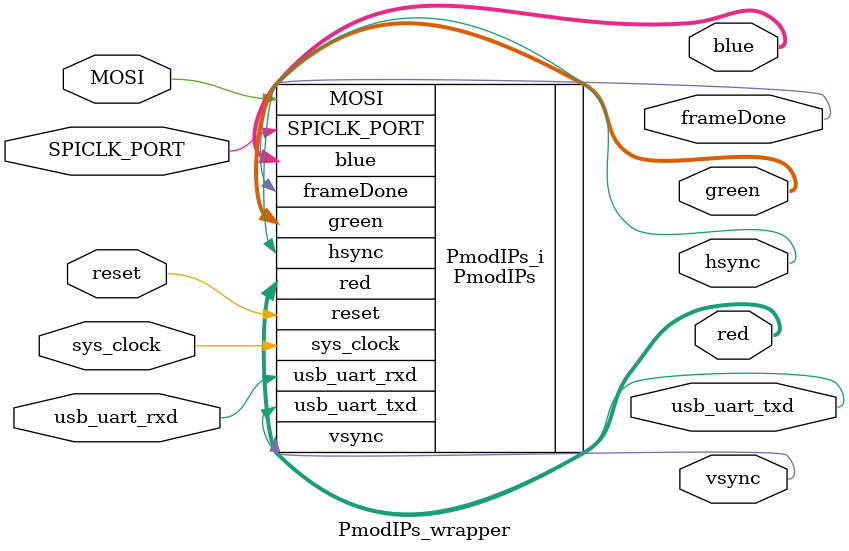
<source format=v>
`timescale 1 ps / 1 ps

module PmodIPs_wrapper
   (MOSI,
    SPICLK_PORT,
    blue,
    frameDone,
    green,
    hsync,
    red,
    reset,
    sys_clock,
    usb_uart_rxd,
    usb_uart_txd,
    vsync);
  input MOSI;
  input SPICLK_PORT;
  output [3:0]blue;
  output frameDone;
  output [3:0]green;
  output hsync;
  output [3:0]red;
  input reset;
  input sys_clock;
  input usb_uart_rxd;
  output usb_uart_txd;
  output vsync;

  wire MOSI;
  wire SPICLK_PORT;
  wire [3:0]blue;
  wire frameDone;
  wire [3:0]green;
  wire hsync;
  wire [3:0]red;
  wire reset;
  wire sys_clock;
  wire usb_uart_rxd;
  wire usb_uart_txd;
  wire vsync;

  PmodIPs PmodIPs_i
       (.MOSI(MOSI),
        .SPICLK_PORT(SPICLK_PORT),
        .blue(blue),
        .frameDone(frameDone),
        .green(green),
        .hsync(hsync),
        .red(red),
        .reset(reset),
        .sys_clock(sys_clock),
        .usb_uart_rxd(usb_uart_rxd),
        .usb_uart_txd(usb_uart_txd),
        .vsync(vsync));
endmodule

</source>
